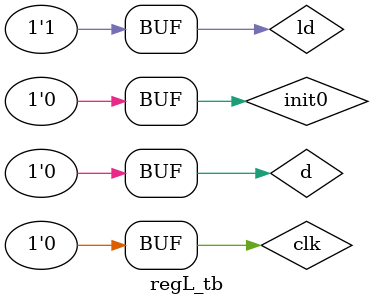
<source format=v>
`define X 1'b0

module RegL(
    clk,
    ld,
    d,
    q,
    init0
);
    input clk, ld, d, init0;
    output q;

    //ld = 1 --> sel = 3 --> D3 = d
    //ld = 0 --> sel = 0 --> D1 = out
    S2 S2(
        .D0(q),
        .D1(`X),
        .D2(`X), 
        .D3(d),
        .A1(ld),
        .B1(ld),
        .A0(ld),
        .B0(1'b1),
        .CLR(init0),
        .CLK(clk),
        .S2_out(q)
    );

//a xor b = ab' + a'b
//not(ab' + a'b) = not(ab').not(a'b) = (not(a) + not(b')).(not(a') + not(b))
//a xnor b = ab + a'b'

endmodule

module regL_tb();
    reg clk = 1'b0, ld, d, init0;
    wire out;

    RegL RegL(clk, ld, d, out, init0);

    initial
        repeat(100) begin
            clk = ~clk; #5;
        end

    initial begin
        #5;
        init0 = 1'b1; #30;
        init0 = 1'b0; #30;
        d = 1'b1; #30;
        ld = 1'b1; #30;
        ld = 1'b0; d = 1'b0; #30;
        ld = 1'b1; #30;
    end

endmodule

</source>
